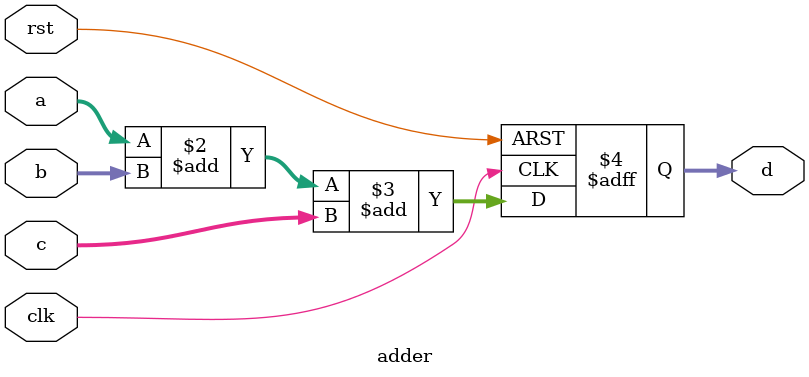
<source format=v>
module adder(a,b,c,d,clk,rst);
    parameter N = 3;
    input [(2**N)-1:0] a,b,c;
    input clk,rst;
    output reg [(2**N)-1:0] d;

    integer i;
    always @(posedge clk or posedge rst) begin
        if(rst) begin
            d = 0;
        end
        else begin
            d = a + b + c;
        end
    end
endmodule

</source>
